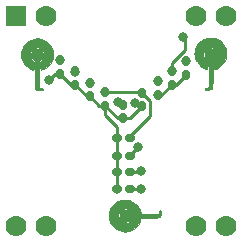
<source format=gbr>
%TF.GenerationSoftware,KiCad,Pcbnew,(6.0.7-1)-1*%
%TF.CreationDate,2022-10-05T00:05:40-06:00*%
%TF.ProjectId,FluxCapacitor,466c7578-4361-4706-9163-69746f722e6b,rev?*%
%TF.SameCoordinates,Original*%
%TF.FileFunction,Copper,L1,Top*%
%TF.FilePolarity,Positive*%
%FSLAX46Y46*%
G04 Gerber Fmt 4.6, Leading zero omitted, Abs format (unit mm)*
G04 Created by KiCad (PCBNEW (6.0.7-1)-1) date 2022-10-05 00:05:40*
%MOMM*%
%LPD*%
G01*
G04 APERTURE LIST*
G04 Aperture macros list*
%AMRoundRect*
0 Rectangle with rounded corners*
0 $1 Rounding radius*
0 $2 $3 $4 $5 $6 $7 $8 $9 X,Y pos of 4 corners*
0 Add a 4 corners polygon primitive as box body*
4,1,4,$2,$3,$4,$5,$6,$7,$8,$9,$2,$3,0*
0 Add four circle primitives for the rounded corners*
1,1,$1+$1,$2,$3*
1,1,$1+$1,$4,$5*
1,1,$1+$1,$6,$7*
1,1,$1+$1,$8,$9*
0 Add four rect primitives between the rounded corners*
20,1,$1+$1,$2,$3,$4,$5,0*
20,1,$1+$1,$4,$5,$6,$7,0*
20,1,$1+$1,$6,$7,$8,$9,0*
20,1,$1+$1,$8,$9,$2,$3,0*%
G04 Aperture macros list end*
%TA.AperFunction,EtchedComponent*%
%ADD10C,0.010000*%
%TD*%
%TA.AperFunction,SMDPad,CuDef*%
%ADD11RoundRect,0.160000X0.160000X-0.222500X0.160000X0.222500X-0.160000X0.222500X-0.160000X-0.222500X0*%
%TD*%
%TA.AperFunction,SMDPad,CuDef*%
%ADD12RoundRect,0.160000X-0.222500X-0.160000X0.222500X-0.160000X0.222500X0.160000X-0.222500X0.160000X0*%
%TD*%
%TA.AperFunction,ComponentPad*%
%ADD13R,1.778000X1.778000*%
%TD*%
%TA.AperFunction,ComponentPad*%
%ADD14C,1.778000*%
%TD*%
%TA.AperFunction,ViaPad*%
%ADD15C,0.800000*%
%TD*%
%TA.AperFunction,Conductor*%
%ADD16C,0.250000*%
%TD*%
G04 APERTURE END LIST*
%TO.C,Ref\u002A\u002A*%
G36*
X107392079Y-98246617D02*
G01*
X107628031Y-98327332D01*
X107884443Y-98483531D01*
X108106608Y-98693738D01*
X108274157Y-98936728D01*
X108328701Y-99057436D01*
X108375463Y-99185489D01*
X108407128Y-99278077D01*
X108415950Y-99310208D01*
X108376796Y-99308786D01*
X107756616Y-99308786D01*
X107682082Y-99303633D01*
X107644390Y-99270809D01*
X107619275Y-99223856D01*
X107517979Y-99095127D01*
X107359314Y-99000266D01*
X107168008Y-98952442D01*
X107103616Y-98949223D01*
X106882994Y-98986589D01*
X106705465Y-99091887D01*
X106580436Y-99255369D01*
X106517314Y-99467290D01*
X106511507Y-99562620D01*
X106547464Y-99791056D01*
X106649060Y-99974920D01*
X106806889Y-100104465D01*
X107011542Y-100169945D01*
X107103616Y-100176016D01*
X107295119Y-100147266D01*
X107466381Y-100069932D01*
X107589693Y-99957752D01*
X107610404Y-99924718D01*
X107646616Y-99888786D01*
X107696616Y-99868786D01*
X108386616Y-99868786D01*
X108367555Y-99964418D01*
X108327068Y-100078600D01*
X108312283Y-100114296D01*
X108155270Y-100385134D01*
X107937717Y-100607084D01*
X107672606Y-100773242D01*
X107372921Y-100876706D01*
X107051644Y-100910574D01*
X106846721Y-100893501D01*
X106548274Y-100805474D01*
X106272019Y-100645880D01*
X106034606Y-100427635D01*
X105852682Y-100163655D01*
X105820049Y-100096968D01*
X105755609Y-99880393D01*
X105729379Y-99621857D01*
X105741222Y-99354885D01*
X105791000Y-99113000D01*
X105824436Y-99024152D01*
X105991486Y-98748225D01*
X106214182Y-98523895D01*
X106479057Y-98356366D01*
X106772643Y-98250842D01*
X107081472Y-98212524D01*
X107392079Y-98246617D01*
G37*
D10*
X107392079Y-98246617D02*
X107628031Y-98327332D01*
X107884443Y-98483531D01*
X108106608Y-98693738D01*
X108274157Y-98936728D01*
X108328701Y-99057436D01*
X108375463Y-99185489D01*
X108407128Y-99278077D01*
X108415950Y-99310208D01*
X108376796Y-99308786D01*
X107756616Y-99308786D01*
X107682082Y-99303633D01*
X107644390Y-99270809D01*
X107619275Y-99223856D01*
X107517979Y-99095127D01*
X107359314Y-99000266D01*
X107168008Y-98952442D01*
X107103616Y-98949223D01*
X106882994Y-98986589D01*
X106705465Y-99091887D01*
X106580436Y-99255369D01*
X106517314Y-99467290D01*
X106511507Y-99562620D01*
X106547464Y-99791056D01*
X106649060Y-99974920D01*
X106806889Y-100104465D01*
X107011542Y-100169945D01*
X107103616Y-100176016D01*
X107295119Y-100147266D01*
X107466381Y-100069932D01*
X107589693Y-99957752D01*
X107610404Y-99924718D01*
X107646616Y-99888786D01*
X107696616Y-99868786D01*
X108386616Y-99868786D01*
X108367555Y-99964418D01*
X108327068Y-100078600D01*
X108312283Y-100114296D01*
X108155270Y-100385134D01*
X107937717Y-100607084D01*
X107672606Y-100773242D01*
X107372921Y-100876706D01*
X107051644Y-100910574D01*
X106846721Y-100893501D01*
X106548274Y-100805474D01*
X106272019Y-100645880D01*
X106034606Y-100427635D01*
X105852682Y-100163655D01*
X105820049Y-100096968D01*
X105755609Y-99880393D01*
X105729379Y-99621857D01*
X105741222Y-99354885D01*
X105791000Y-99113000D01*
X105824436Y-99024152D01*
X105991486Y-98748225D01*
X106214182Y-98523895D01*
X106479057Y-98356366D01*
X106772643Y-98250842D01*
X107081472Y-98212524D01*
X107392079Y-98246617D01*
G36*
X99769537Y-85440744D02*
G01*
X99876733Y-85488468D01*
X99981372Y-85573581D01*
X100077076Y-85670446D01*
X100123783Y-85756496D01*
X100138636Y-85871097D01*
X100139500Y-85936667D01*
X100132863Y-86074792D01*
X100101518Y-86167959D01*
X100028314Y-86255540D01*
X99981320Y-86299800D01*
X99823140Y-86444762D01*
X99794696Y-87585224D01*
X99766252Y-88725687D01*
X99868209Y-88747695D01*
X99986410Y-88770925D01*
X100054834Y-88782515D01*
X100123763Y-88819439D01*
X100139500Y-88858247D01*
X100102004Y-88899104D01*
X100006719Y-88925042D01*
X99879450Y-88934577D01*
X99746002Y-88926226D01*
X99632179Y-88898508D01*
X99610334Y-88888648D01*
X99504500Y-88834162D01*
X99472141Y-87636169D01*
X99439781Y-86438175D01*
X99316217Y-86334202D01*
X99187942Y-86180144D01*
X99129417Y-86006828D01*
X99134812Y-85830792D01*
X99198298Y-85668575D01*
X99314047Y-85536717D01*
X99476228Y-85451756D01*
X99635370Y-85428667D01*
X99769537Y-85440744D01*
G37*
X99769537Y-85440744D02*
X99876733Y-85488468D01*
X99981372Y-85573581D01*
X100077076Y-85670446D01*
X100123783Y-85756496D01*
X100138636Y-85871097D01*
X100139500Y-85936667D01*
X100132863Y-86074792D01*
X100101518Y-86167959D01*
X100028314Y-86255540D01*
X99981320Y-86299800D01*
X99823140Y-86444762D01*
X99794696Y-87585224D01*
X99766252Y-88725687D01*
X99868209Y-88747695D01*
X99986410Y-88770925D01*
X100054834Y-88782515D01*
X100123763Y-88819439D01*
X100139500Y-88858247D01*
X100102004Y-88899104D01*
X100006719Y-88925042D01*
X99879450Y-88934577D01*
X99746002Y-88926226D01*
X99632179Y-88898508D01*
X99610334Y-88888648D01*
X99504500Y-88834162D01*
X99472141Y-87636169D01*
X99439781Y-86438175D01*
X99316217Y-86334202D01*
X99187942Y-86180144D01*
X99129417Y-86006828D01*
X99134812Y-85830792D01*
X99198298Y-85668575D01*
X99314047Y-85536717D01*
X99476228Y-85451756D01*
X99635370Y-85428667D01*
X99769537Y-85440744D01*
G36*
X107317937Y-99087883D02*
G01*
X107427266Y-99163148D01*
X107472663Y-99206300D01*
X107546102Y-99275240D01*
X107590335Y-99344105D01*
X107660335Y-99384105D01*
X107824948Y-99384105D01*
X108020335Y-99394105D01*
X108185262Y-99394105D01*
X108422794Y-99396046D01*
X108696561Y-99403897D01*
X108982345Y-99409896D01*
X109160502Y-99412427D01*
X109922502Y-99420939D01*
X109943669Y-99273252D01*
X109981677Y-99154330D01*
X110038919Y-99111398D01*
X110080691Y-99114613D01*
X110103179Y-99156448D01*
X110111973Y-99254627D01*
X110113002Y-99346243D01*
X110104355Y-99493112D01*
X110082038Y-99611629D01*
X110060085Y-99661816D01*
X110033683Y-99681848D01*
X109983511Y-99698229D01*
X109900456Y-99711635D01*
X109775403Y-99722740D01*
X109599238Y-99732220D01*
X109362847Y-99740750D01*
X109057117Y-99749004D01*
X108804486Y-99754815D01*
X108453227Y-99762817D01*
X108190335Y-99764105D01*
X107620335Y-99764105D01*
X107580335Y-99824105D01*
X107557129Y-99847635D01*
X107542499Y-99865921D01*
X107410402Y-99986680D01*
X107234583Y-100056923D01*
X107044574Y-100068587D01*
X106916835Y-100036718D01*
X106764330Y-99936075D01*
X106665646Y-99794641D01*
X106618905Y-99629745D01*
X106622230Y-99458717D01*
X106673743Y-99298887D01*
X106771567Y-99167585D01*
X106913825Y-99082140D01*
X107022669Y-99059858D01*
X107194283Y-99057102D01*
X107317937Y-99087883D01*
G37*
X107317937Y-99087883D02*
X107427266Y-99163148D01*
X107472663Y-99206300D01*
X107546102Y-99275240D01*
X107590335Y-99344105D01*
X107660335Y-99384105D01*
X107824948Y-99384105D01*
X108020335Y-99394105D01*
X108185262Y-99394105D01*
X108422794Y-99396046D01*
X108696561Y-99403897D01*
X108982345Y-99409896D01*
X109160502Y-99412427D01*
X109922502Y-99420939D01*
X109943669Y-99273252D01*
X109981677Y-99154330D01*
X110038919Y-99111398D01*
X110080691Y-99114613D01*
X110103179Y-99156448D01*
X110111973Y-99254627D01*
X110113002Y-99346243D01*
X110104355Y-99493112D01*
X110082038Y-99611629D01*
X110060085Y-99661816D01*
X110033683Y-99681848D01*
X109983511Y-99698229D01*
X109900456Y-99711635D01*
X109775403Y-99722740D01*
X109599238Y-99732220D01*
X109362847Y-99740750D01*
X109057117Y-99749004D01*
X108804486Y-99754815D01*
X108453227Y-99762817D01*
X108190335Y-99764105D01*
X107620335Y-99764105D01*
X107580335Y-99824105D01*
X107557129Y-99847635D01*
X107542499Y-99865921D01*
X107410402Y-99986680D01*
X107234583Y-100056923D01*
X107044574Y-100068587D01*
X106916835Y-100036718D01*
X106764330Y-99936075D01*
X106665646Y-99794641D01*
X106618905Y-99629745D01*
X106622230Y-99458717D01*
X106673743Y-99298887D01*
X106771567Y-99167585D01*
X106913825Y-99082140D01*
X107022669Y-99059858D01*
X107194283Y-99057102D01*
X107317937Y-99087883D01*
G36*
X114515210Y-85420569D02*
G01*
X114686224Y-85517164D01*
X114800942Y-85666951D01*
X114849396Y-85860766D01*
X114850334Y-85894334D01*
X114823086Y-86054377D01*
X114752626Y-86203276D01*
X114655875Y-86307235D01*
X114638229Y-86317901D01*
X114599430Y-86346904D01*
X114531000Y-86393000D01*
X114521000Y-86483000D01*
X114521000Y-87122766D01*
X114521346Y-87197875D01*
X114521000Y-87213000D01*
X114521000Y-87373000D01*
X114511000Y-87563711D01*
X114501000Y-87827374D01*
X114491000Y-88013000D01*
X114469334Y-88817429D01*
X114360744Y-88858715D01*
X114254849Y-88883906D01*
X114120273Y-88897277D01*
X113988440Y-88898005D01*
X113890774Y-88885264D01*
X113862556Y-88871778D01*
X113831496Y-88801653D01*
X113871845Y-88747593D01*
X113950750Y-88730019D01*
X114019923Y-88728992D01*
X114073997Y-88720664D01*
X114114548Y-88695869D01*
X114143147Y-88645442D01*
X114161370Y-88560218D01*
X114170789Y-88431031D01*
X114172978Y-88248718D01*
X114169510Y-88004112D01*
X114161960Y-87688048D01*
X114157758Y-87524315D01*
X114128832Y-86394917D01*
X113981583Y-86256044D01*
X113892487Y-86161897D01*
X113848873Y-86074667D01*
X113835044Y-85955939D01*
X113834334Y-85895685D01*
X113841603Y-85753336D01*
X113873807Y-85655549D01*
X113946540Y-85562734D01*
X113978267Y-85530267D01*
X114089309Y-85435580D01*
X114194929Y-85393845D01*
X114297869Y-85386334D01*
X114515210Y-85420569D01*
G37*
X114515210Y-85420569D02*
X114686224Y-85517164D01*
X114800942Y-85666951D01*
X114849396Y-85860766D01*
X114850334Y-85894334D01*
X114823086Y-86054377D01*
X114752626Y-86203276D01*
X114655875Y-86307235D01*
X114638229Y-86317901D01*
X114599430Y-86346904D01*
X114531000Y-86393000D01*
X114521000Y-86483000D01*
X114521000Y-87122766D01*
X114521346Y-87197875D01*
X114521000Y-87213000D01*
X114521000Y-87373000D01*
X114511000Y-87563711D01*
X114501000Y-87827374D01*
X114491000Y-88013000D01*
X114469334Y-88817429D01*
X114360744Y-88858715D01*
X114254849Y-88883906D01*
X114120273Y-88897277D01*
X113988440Y-88898005D01*
X113890774Y-88885264D01*
X113862556Y-88871778D01*
X113831496Y-88801653D01*
X113871845Y-88747593D01*
X113950750Y-88730019D01*
X114019923Y-88728992D01*
X114073997Y-88720664D01*
X114114548Y-88695869D01*
X114143147Y-88645442D01*
X114161370Y-88560218D01*
X114170789Y-88431031D01*
X114172978Y-88248718D01*
X114169510Y-88004112D01*
X114161960Y-87688048D01*
X114157758Y-87524315D01*
X114128832Y-86394917D01*
X113981583Y-86256044D01*
X113892487Y-86161897D01*
X113848873Y-86074667D01*
X113835044Y-85955939D01*
X113834334Y-85895685D01*
X113841603Y-85753336D01*
X113873807Y-85655549D01*
X113946540Y-85562734D01*
X113978267Y-85530267D01*
X114089309Y-85435580D01*
X114194929Y-85393845D01*
X114297869Y-85386334D01*
X114515210Y-85420569D01*
G36*
X99977614Y-84586406D02*
G01*
X100254182Y-84689653D01*
X100505012Y-84855337D01*
X100718413Y-85083464D01*
X100837443Y-85276731D01*
X100916578Y-85442490D01*
X100961071Y-85575574D01*
X100980405Y-85715567D01*
X100984112Y-85888971D01*
X100975738Y-86094416D01*
X100946719Y-86256184D01*
X100889110Y-86414304D01*
X100872572Y-86450931D01*
X100704618Y-86726179D01*
X100483258Y-86954064D01*
X100233425Y-87113203D01*
X100084696Y-87179638D01*
X99989717Y-87203607D01*
X99936443Y-87175397D01*
X99912830Y-87085296D01*
X99906833Y-86923591D01*
X99906667Y-86849716D01*
X99908124Y-86674652D01*
X99916426Y-86563043D01*
X99937466Y-86493684D01*
X99977139Y-86445368D01*
X100030370Y-86404681D01*
X100171075Y-86257144D01*
X100247680Y-86073598D01*
X100259597Y-85874025D01*
X100206236Y-85678407D01*
X100087008Y-85506724D01*
X100057667Y-85479167D01*
X99862810Y-85355514D01*
X99656595Y-85315655D01*
X99441216Y-85359867D01*
X99368989Y-85392702D01*
X99188117Y-85526057D01*
X99071470Y-85696510D01*
X99021005Y-85887647D01*
X99038678Y-86083053D01*
X99126444Y-86266314D01*
X99249654Y-86394105D01*
X99301605Y-86441286D01*
X99333270Y-86496458D01*
X99349620Y-86580504D01*
X99355624Y-86714304D01*
X99356334Y-86842343D01*
X99354272Y-87029804D01*
X99340958Y-87143369D01*
X99305698Y-87193806D01*
X99237799Y-87191884D01*
X99126568Y-87148369D01*
X99075367Y-87125282D01*
X98839266Y-86980463D01*
X98622063Y-86778439D01*
X98451957Y-86546160D01*
X98432498Y-86510853D01*
X98377751Y-86396737D01*
X98344031Y-86290512D01*
X98311000Y-86163000D01*
X98291000Y-86003000D01*
X98291000Y-85894334D01*
X98301000Y-85693000D01*
X98334291Y-85551333D01*
X98360036Y-85439816D01*
X98404571Y-85332622D01*
X98432498Y-85277814D01*
X98617949Y-85006547D01*
X98847818Y-84797686D01*
X99110411Y-84651237D01*
X99394036Y-84567203D01*
X99687001Y-84545591D01*
X99977614Y-84586406D01*
G37*
X99977614Y-84586406D02*
X100254182Y-84689653D01*
X100505012Y-84855337D01*
X100718413Y-85083464D01*
X100837443Y-85276731D01*
X100916578Y-85442490D01*
X100961071Y-85575574D01*
X100980405Y-85715567D01*
X100984112Y-85888971D01*
X100975738Y-86094416D01*
X100946719Y-86256184D01*
X100889110Y-86414304D01*
X100872572Y-86450931D01*
X100704618Y-86726179D01*
X100483258Y-86954064D01*
X100233425Y-87113203D01*
X100084696Y-87179638D01*
X99989717Y-87203607D01*
X99936443Y-87175397D01*
X99912830Y-87085296D01*
X99906833Y-86923591D01*
X99906667Y-86849716D01*
X99908124Y-86674652D01*
X99916426Y-86563043D01*
X99937466Y-86493684D01*
X99977139Y-86445368D01*
X100030370Y-86404681D01*
X100171075Y-86257144D01*
X100247680Y-86073598D01*
X100259597Y-85874025D01*
X100206236Y-85678407D01*
X100087008Y-85506724D01*
X100057667Y-85479167D01*
X99862810Y-85355514D01*
X99656595Y-85315655D01*
X99441216Y-85359867D01*
X99368989Y-85392702D01*
X99188117Y-85526057D01*
X99071470Y-85696510D01*
X99021005Y-85887647D01*
X99038678Y-86083053D01*
X99126444Y-86266314D01*
X99249654Y-86394105D01*
X99301605Y-86441286D01*
X99333270Y-86496458D01*
X99349620Y-86580504D01*
X99355624Y-86714304D01*
X99356334Y-86842343D01*
X99354272Y-87029804D01*
X99340958Y-87143369D01*
X99305698Y-87193806D01*
X99237799Y-87191884D01*
X99126568Y-87148369D01*
X99075367Y-87125282D01*
X98839266Y-86980463D01*
X98622063Y-86778439D01*
X98451957Y-86546160D01*
X98432498Y-86510853D01*
X98377751Y-86396737D01*
X98344031Y-86290512D01*
X98311000Y-86163000D01*
X98291000Y-86003000D01*
X98291000Y-85894334D01*
X98301000Y-85693000D01*
X98334291Y-85551333D01*
X98360036Y-85439816D01*
X98404571Y-85332622D01*
X98432498Y-85277814D01*
X98617949Y-85006547D01*
X98847818Y-84797686D01*
X99110411Y-84651237D01*
X99394036Y-84567203D01*
X99687001Y-84545591D01*
X99977614Y-84586406D01*
G36*
X114668266Y-84543843D02*
G01*
X114945011Y-84647629D01*
X115196460Y-84813309D01*
X115411093Y-85040604D01*
X115562239Y-85295403D01*
X115627387Y-85459348D01*
X115661472Y-85617936D01*
X115672635Y-85812134D01*
X115672839Y-85852000D01*
X115634050Y-86192974D01*
X115520143Y-86497599D01*
X115334805Y-86759843D01*
X115081724Y-86973676D01*
X114934992Y-87058504D01*
X114780362Y-87133007D01*
X114681802Y-87161159D01*
X114621000Y-87133000D01*
X114611000Y-87043000D01*
X114611000Y-86653000D01*
X114621000Y-86533000D01*
X114631783Y-86460186D01*
X114691000Y-86413000D01*
X114761000Y-86353000D01*
X114901000Y-86183000D01*
X114943131Y-85981672D01*
X114943644Y-85795215D01*
X114887841Y-85620221D01*
X114783862Y-85469008D01*
X114639850Y-85353893D01*
X114463945Y-85287194D01*
X114264288Y-85281227D01*
X114076790Y-85335382D01*
X113896150Y-85455324D01*
X113775573Y-85617661D01*
X113716654Y-85805027D01*
X113720988Y-86000053D01*
X113790170Y-86185371D01*
X113925797Y-86343615D01*
X113980479Y-86383735D01*
X114033389Y-86424177D01*
X114051000Y-86473895D01*
X114051000Y-87112178D01*
X114023537Y-87161239D01*
X113942145Y-87155185D01*
X113811486Y-87103850D01*
X113765034Y-87082948D01*
X113528932Y-86938130D01*
X113311730Y-86736106D01*
X113141624Y-86503826D01*
X113122165Y-86468520D01*
X113067418Y-86354403D01*
X113033698Y-86248179D01*
X112991000Y-86133000D01*
X112971000Y-85973000D01*
X112961000Y-85823000D01*
X112971000Y-85673000D01*
X112991000Y-85503000D01*
X113021000Y-85383000D01*
X113061000Y-85283000D01*
X113151000Y-85123000D01*
X113291000Y-84943000D01*
X113538710Y-84753197D01*
X113801445Y-84606627D01*
X114084963Y-84523064D01*
X114377743Y-84502228D01*
X114668266Y-84543843D01*
G37*
X114668266Y-84543843D02*
X114945011Y-84647629D01*
X115196460Y-84813309D01*
X115411093Y-85040604D01*
X115562239Y-85295403D01*
X115627387Y-85459348D01*
X115661472Y-85617936D01*
X115672635Y-85812134D01*
X115672839Y-85852000D01*
X115634050Y-86192974D01*
X115520143Y-86497599D01*
X115334805Y-86759843D01*
X115081724Y-86973676D01*
X114934992Y-87058504D01*
X114780362Y-87133007D01*
X114681802Y-87161159D01*
X114621000Y-87133000D01*
X114611000Y-87043000D01*
X114611000Y-86653000D01*
X114621000Y-86533000D01*
X114631783Y-86460186D01*
X114691000Y-86413000D01*
X114761000Y-86353000D01*
X114901000Y-86183000D01*
X114943131Y-85981672D01*
X114943644Y-85795215D01*
X114887841Y-85620221D01*
X114783862Y-85469008D01*
X114639850Y-85353893D01*
X114463945Y-85287194D01*
X114264288Y-85281227D01*
X114076790Y-85335382D01*
X113896150Y-85455324D01*
X113775573Y-85617661D01*
X113716654Y-85805027D01*
X113720988Y-86000053D01*
X113790170Y-86185371D01*
X113925797Y-86343615D01*
X113980479Y-86383735D01*
X114033389Y-86424177D01*
X114051000Y-86473895D01*
X114051000Y-87112178D01*
X114023537Y-87161239D01*
X113942145Y-87155185D01*
X113811486Y-87103850D01*
X113765034Y-87082948D01*
X113528932Y-86938130D01*
X113311730Y-86736106D01*
X113141624Y-86503826D01*
X113122165Y-86468520D01*
X113067418Y-86354403D01*
X113033698Y-86248179D01*
X112991000Y-86133000D01*
X112971000Y-85973000D01*
X112961000Y-85823000D01*
X112971000Y-85673000D01*
X112991000Y-85503000D01*
X113021000Y-85383000D01*
X113061000Y-85283000D01*
X113151000Y-85123000D01*
X113291000Y-84943000D01*
X113538710Y-84753197D01*
X113801445Y-84606627D01*
X114084963Y-84523064D01*
X114377743Y-84502228D01*
X114668266Y-84543843D01*
%TD*%
D11*
%TO.P,DCNTR1,1,K*%
%TO.N,GND*%
X106930000Y-91315000D03*
%TO.P,DCNTR1,2,A*%
%TO.N,LEDCNTR*%
X106930000Y-90170000D03*
%TD*%
%TO.P,D2,1,K*%
%TO.N,GND*%
X101600000Y-87562500D03*
%TO.P,D2,2,A*%
%TO.N,LED1*%
X101600000Y-86417500D03*
%TD*%
D12*
%TO.P,D7,1,K*%
%TO.N,GND*%
X106370000Y-94488000D03*
%TO.P,D7,2,A*%
%TO.N,LED3*%
X107515000Y-94488000D03*
%TD*%
D11*
%TO.P,D6,1,K*%
%TO.N,GND*%
X111030000Y-88470000D03*
%TO.P,D6,2,A*%
%TO.N,LED2*%
X111030000Y-87325000D03*
%TD*%
%TO.P,D9,1,K*%
%TO.N,GND*%
X109840000Y-89350000D03*
%TO.P,D9,2,A*%
%TO.N,LED3*%
X109840000Y-88205000D03*
%TD*%
%TO.P,D8,1,K*%
%TO.N,GND*%
X104140000Y-89472500D03*
%TO.P,D8,2,A*%
%TO.N,LED3*%
X104140000Y-88327500D03*
%TD*%
D12*
%TO.P,D1,1,K*%
%TO.N,GND*%
X106400000Y-97282000D03*
%TO.P,D1,2,A*%
%TO.N,LED1*%
X107545000Y-97282000D03*
%TD*%
D11*
%TO.P,D12,1,K*%
%TO.N,GND*%
X108520000Y-90295000D03*
%TO.P,D12,2,A*%
%TO.N,LED4*%
X108520000Y-89150000D03*
%TD*%
D13*
%TO.P,U2,1,+VBATT*%
%TO.N,unconnected-(U2-Pad1)*%
X97877500Y-82637500D03*
D14*
%TO.P,U2,2,GND*%
%TO.N,GND*%
X100417500Y-82637500D03*
%TO.P,U2,7,+3v3*%
%TO.N,unconnected-(U2-Pad7)*%
X113117500Y-82637500D03*
%TO.P,U2,8,GND*%
%TO.N,unconnected-(U2-Pad8)*%
X115657500Y-82637500D03*
%TO.P,U2,9,CLK*%
%TO.N,unconnected-(U2-Pad9)*%
X97877500Y-100417500D03*
%TO.P,U2,10,NC*%
%TO.N,unconnected-(U2-Pad10)*%
X100417500Y-100417500D03*
%TO.P,U2,15,+3v3*%
%TO.N,Net-(U1-Pad8)*%
X113117500Y-100417500D03*
%TO.P,U2,16,GND*%
%TO.N,unconnected-(U2-Pad16)*%
X115657500Y-100417500D03*
%TD*%
D12*
%TO.P,D4,1,K*%
%TO.N,GND*%
X106375000Y-95885000D03*
%TO.P,D4,2,A*%
%TO.N,LED2*%
X107520000Y-95885000D03*
%TD*%
D11*
%TO.P,D11,1,K*%
%TO.N,GND*%
X105410000Y-90245000D03*
%TO.P,D11,2,A*%
%TO.N,LED4*%
X105410000Y-89100000D03*
%TD*%
D12*
%TO.P,D10,1,K*%
%TO.N,GND*%
X106380000Y-92964000D03*
%TO.P,D10,2,A*%
%TO.N,LED4*%
X107525000Y-92964000D03*
%TD*%
D11*
%TO.P,D3,1,K*%
%TO.N,GND*%
X112250000Y-87622500D03*
%TO.P,D3,2,A*%
%TO.N,LED1*%
X112250000Y-86477500D03*
%TD*%
%TO.P,D5,1,K*%
%TO.N,GND*%
X102870000Y-88505000D03*
%TO.P,D5,2,A*%
%TO.N,LED2*%
X102870000Y-87360000D03*
%TD*%
D15*
%TO.N,GND*%
X109840000Y-89350000D03*
X107912500Y-89986165D03*
%TO.N,LED2*%
X112014000Y-84460500D03*
%TO.N,LED3*%
X108206411Y-93729179D03*
%TO.N,GND*%
X106400000Y-97282000D03*
X100637851Y-88084150D03*
%TO.N,LED4*%
X105410000Y-89100000D03*
%TO.N,LEDCNTR*%
X106463500Y-89916000D03*
%TO.N,LED1*%
X101600000Y-86360000D03*
%TO.N,LED2*%
X102870000Y-87376000D03*
%TO.N,LED3*%
X109840000Y-88205000D03*
%TO.N,LED1*%
X108458000Y-97282000D03*
X112250000Y-86477500D03*
%TO.N,LED3*%
X104140000Y-88327500D03*
%TO.N,LED2*%
X111030000Y-87325000D03*
X108458000Y-95758000D03*
%TD*%
D16*
%TO.N,LED2*%
X111030000Y-87325000D02*
X111030000Y-86629106D01*
X112141000Y-84587500D02*
X112014000Y-84460500D01*
X111030000Y-86629106D02*
X112141000Y-85518106D01*
X112141000Y-85518106D02*
X112141000Y-84587500D01*
%TO.N,GND*%
X108221335Y-90295000D02*
X107912500Y-89986165D01*
X108520000Y-90295000D02*
X108221335Y-90295000D01*
%TO.N,LED3*%
X107515000Y-94420590D02*
X108206411Y-93729179D01*
X107515000Y-94488000D02*
X107515000Y-94420590D01*
%TO.N,GND*%
X101600000Y-87562500D02*
X101159501Y-87562500D01*
X101159501Y-87562500D02*
X100637851Y-88084150D01*
%TO.N,LEDCNTR*%
X106930000Y-90170000D02*
X106717500Y-90170000D01*
X106717500Y-90170000D02*
X106463500Y-89916000D01*
%TO.N,LED1*%
X101600000Y-86417500D02*
X101600000Y-86360000D01*
X107545000Y-97282000D02*
X108458000Y-97282000D01*
%TO.N,LED2*%
X108331000Y-95885000D02*
X108458000Y-95758000D01*
X107520000Y-95885000D02*
X108331000Y-95885000D01*
%TO.N,LED4*%
X105410000Y-89100000D02*
X108470000Y-89100000D01*
X108470000Y-89100000D02*
X108520000Y-89150000D01*
%TO.N,GND*%
X102870000Y-88505000D02*
X102542500Y-88505000D01*
X102542500Y-88505000D02*
X101600000Y-87562500D01*
X104140000Y-89472500D02*
X103837500Y-89472500D01*
X103837500Y-89472500D02*
X102870000Y-88505000D01*
X106930000Y-91315000D02*
X107500000Y-91315000D01*
X107500000Y-91315000D02*
X108520000Y-90295000D01*
X106930000Y-91315000D02*
X106480000Y-91315000D01*
X106480000Y-91315000D02*
X105410000Y-90245000D01*
X106370000Y-94488000D02*
X106370000Y-92974000D01*
X106375000Y-95885000D02*
X106375000Y-94493000D01*
X106375000Y-94493000D02*
X106370000Y-94488000D01*
X106400000Y-97282000D02*
X106400000Y-95910000D01*
X106400000Y-95910000D02*
X106375000Y-95885000D01*
X105410000Y-90245000D02*
X104912500Y-90245000D01*
X104912500Y-90245000D02*
X104140000Y-89472500D01*
X111030000Y-88470000D02*
X111402500Y-88470000D01*
X111402500Y-88470000D02*
X112250000Y-87622500D01*
X109840000Y-89350000D02*
X110150000Y-89350000D01*
X110150000Y-89350000D02*
X111030000Y-88470000D01*
X105410000Y-90245000D02*
X105410000Y-91048500D01*
X106380000Y-92018500D02*
X106380000Y-92964000D01*
X105410000Y-91048500D02*
X106380000Y-92018500D01*
%TO.N,LED4*%
X109195000Y-91125500D02*
X109195000Y-89825000D01*
X107525000Y-92795500D02*
X109195000Y-91125500D01*
X109195000Y-89825000D02*
X108520000Y-89150000D01*
X107525000Y-92964000D02*
X107525000Y-92795500D01*
%TD*%
M02*

</source>
